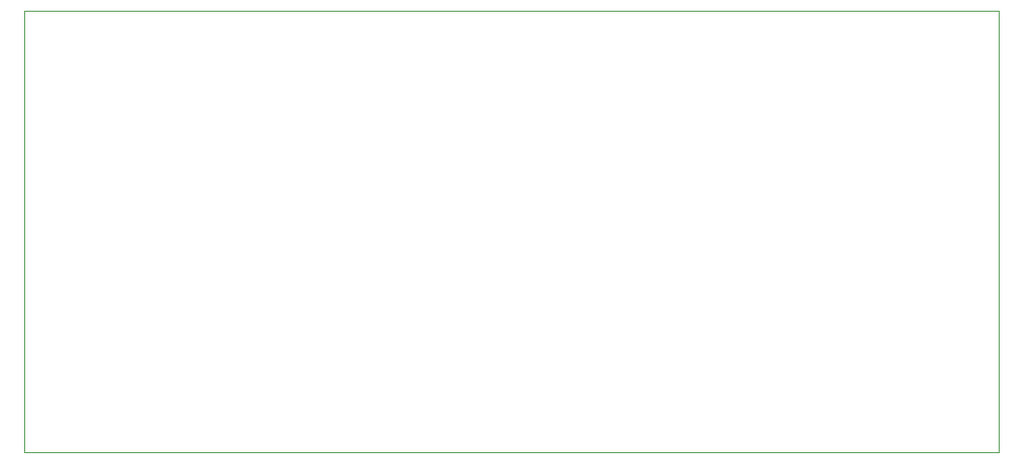
<source format=gbr>
%TF.GenerationSoftware,Altium Limited,Altium Designer,18.1.9 (240)*%
G04 Layer_Color=0*
%FSLAX26Y26*%
%MOIN*%
%TF.FileFunction,Profile,NP*%
%TF.Part,Single*%
G01*
G75*
%TA.AperFunction,Profile*%
%ADD97C,0.001000*%
D97*
X994206Y826772D02*
X4606299D01*
X4606299Y2460630D01*
X994206Y2460630D01*
X994206Y826772D01*
%TF.MD5,c715c426e746497d3cb23a0dbd3b23c1*%
M02*

</source>
